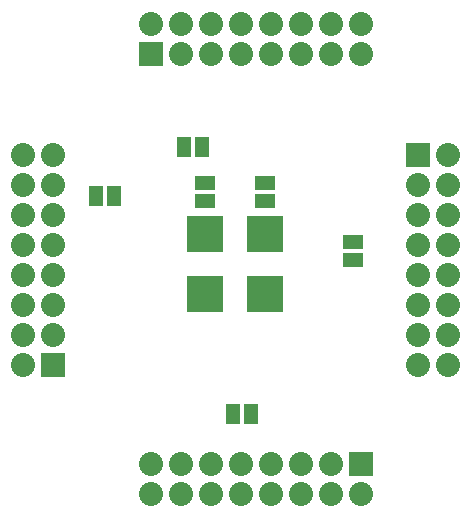
<source format=gts>
G04 #@! TF.FileFunction,Soldermask,Top*
%FSLAX46Y46*%
G04 Gerber Fmt 4.6, Leading zero omitted, Abs format (unit mm)*
G04 Created by KiCad (PCBNEW 4.0.5+dfsg1-4) date Wed May 16 23:13:06 2018*
%MOMM*%
%LPD*%
G01*
G04 APERTURE LIST*
%ADD10C,0.150000*%
%ADD11R,3.048000X3.048000*%
%ADD12R,1.651000X1.143000*%
%ADD13R,1.143000X1.651000*%
%ADD14R,2.032000X2.032000*%
%ADD15C,2.032000*%
G04 APERTURE END LIST*
D10*
D11*
X127635000Y-66421000D03*
X132715000Y-66421000D03*
X132715000Y-71501000D03*
X127635000Y-71501000D03*
D12*
X127635000Y-63627000D03*
X127635000Y-62103000D03*
X132715000Y-63627000D03*
X132715000Y-62103000D03*
D13*
X118427500Y-63182500D03*
X119951500Y-63182500D03*
X131572000Y-81661000D03*
X130048000Y-81661000D03*
X127381000Y-59055000D03*
X125857000Y-59055000D03*
D12*
X140208000Y-68580000D03*
X140208000Y-67056000D03*
D14*
X123063000Y-51181000D03*
D15*
X123063000Y-48641000D03*
X125603000Y-51181000D03*
X125603000Y-48641000D03*
X128143000Y-51181000D03*
X128143000Y-48641000D03*
X130683000Y-51181000D03*
X130683000Y-48641000D03*
X133223000Y-51181000D03*
X133223000Y-48641000D03*
X135763000Y-51181000D03*
X135763000Y-48641000D03*
X138303000Y-51181000D03*
X138303000Y-48641000D03*
X140843000Y-51181000D03*
X140843000Y-48641000D03*
D14*
X140843000Y-85852000D03*
D15*
X140843000Y-88392000D03*
X138303000Y-85852000D03*
X138303000Y-88392000D03*
X135763000Y-85852000D03*
X135763000Y-88392000D03*
X133223000Y-85852000D03*
X133223000Y-88392000D03*
X130683000Y-85852000D03*
X130683000Y-88392000D03*
X128143000Y-85852000D03*
X128143000Y-88392000D03*
X125603000Y-85852000D03*
X125603000Y-88392000D03*
X123063000Y-85852000D03*
X123063000Y-88392000D03*
D14*
X145669000Y-59690000D03*
D15*
X148209000Y-59690000D03*
X145669000Y-62230000D03*
X148209000Y-62230000D03*
X145669000Y-64770000D03*
X148209000Y-64770000D03*
X145669000Y-67310000D03*
X148209000Y-67310000D03*
X145669000Y-69850000D03*
X148209000Y-69850000D03*
X145669000Y-72390000D03*
X148209000Y-72390000D03*
X145669000Y-74930000D03*
X148209000Y-74930000D03*
X145669000Y-77470000D03*
X148209000Y-77470000D03*
D14*
X114808000Y-77470000D03*
D15*
X112268000Y-77470000D03*
X114808000Y-74930000D03*
X112268000Y-74930000D03*
X114808000Y-72390000D03*
X112268000Y-72390000D03*
X114808000Y-69850000D03*
X112268000Y-69850000D03*
X114808000Y-67310000D03*
X112268000Y-67310000D03*
X114808000Y-64770000D03*
X112268000Y-64770000D03*
X114808000Y-62230000D03*
X112268000Y-62230000D03*
X114808000Y-59690000D03*
X112268000Y-59690000D03*
M02*

</source>
